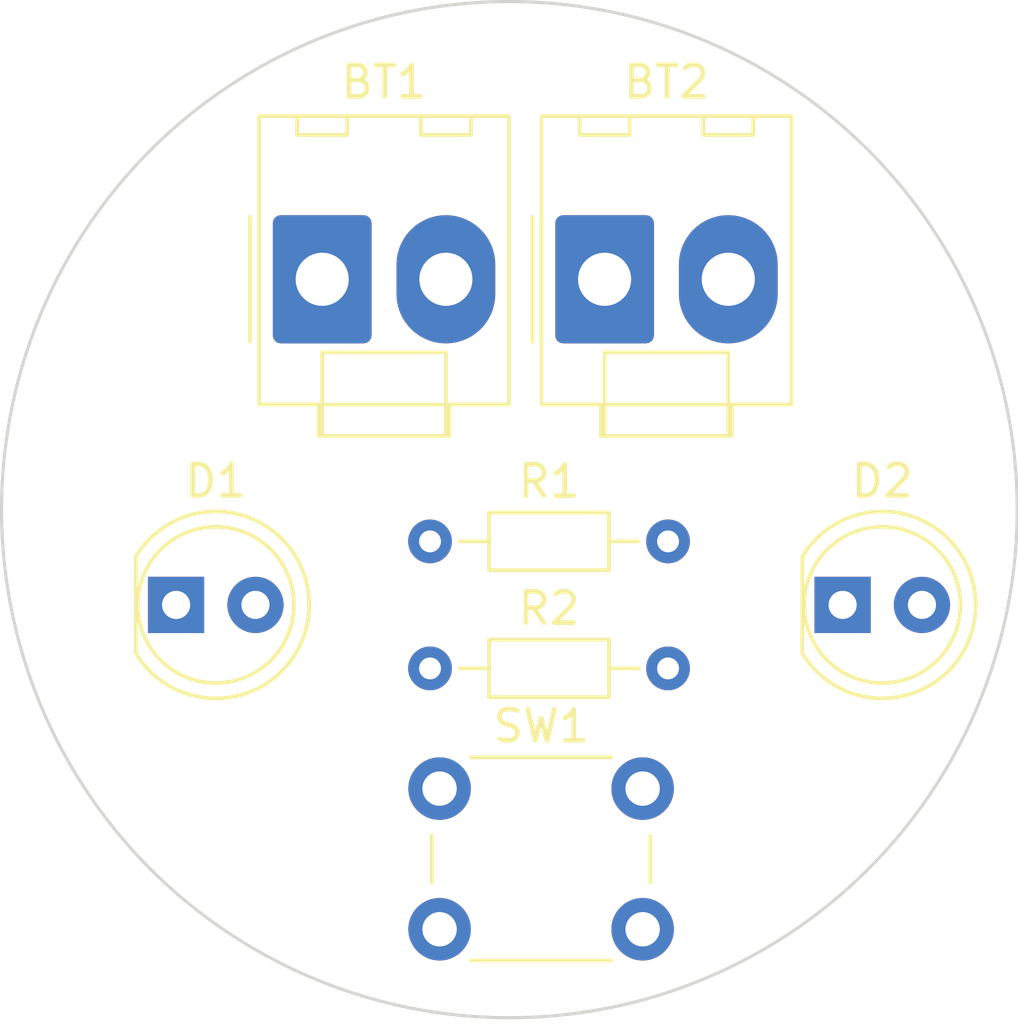
<source format=kicad_pcb>
(kicad_pcb (version 20221018) (generator pcbnew)
  (layers (0 "F.Cu" signal) (31 "B.Cu" signal) (34 "B.Paste" user) (35 "F.Paste" user) (36 "B.SilkS" user "B.Silkscreen") (37 "F.SilkS" user "F.Silkscreen") (38 "B.Mask" user) (39 "F.Mask" user) (44 "Edge.Cuts" user))
  (net 0 "")
  (net 1 "Net-(BT1-+)")
  (net 2 "Net-(BT1--)")
  (net 3 "Net-(D1-K)")
  (net 4 "Net-(D1-A)")
  (net 5 "Net-(D2-A)")
  (footprint "Connector_Molex:Molex_KK-396_A-41791-0002_1x02_P3.96mm_Vertical" (layer "F.Cu") (at 137.16 78.99)
    (fp_text reference "BT2" (at 1.98 -6.31) (layer "F.SilkS"))
    (fp_text value "Battery_Cell")
    (fp_line (start -2.31 -2) (end -2.31 2) (stroke (width 0.12)) (layer "F.SilkS"))
    (fp_line (start -2.02 -5.22) (end 5.98 -5.22) (stroke (width 0.12)) (layer "F.SilkS"))
    (fp_line (start -2.02 4.005) (end -2.02 -5.22) (stroke (width 0.12)) (layer "F.SilkS"))
    (fp_line (start -0.8 -5.22) (end -0.8 -4.62) (stroke (width 0.12)) (layer "F.SilkS"))
    (fp_line (start -0.8 -4.62) (end 0.8 -4.62) (stroke (width 0.12)) (layer "F.SilkS"))
    (fp_line (start -0.115 4.005) (end -2.02 4.005) (stroke (width 0.12)) (layer "F.SilkS"))
    (fp_line (start -0.115 5.01) (end -0.115 4.005) (stroke (width 0.12)) (layer "F.SilkS"))
    (fp_line (start 0 2.34) (end 3.96 2.34) (stroke (width 0.12)) (layer "F.SilkS"))
    (fp_line (start 0 4.01) (end 0 2.34) (stroke (width 0.12)) (layer "F.SilkS"))
    (fp_line (start 0 4.01) (end 3.96 4.01) (stroke (width 0.12)) (layer "F.SilkS"))
    (fp_line (start 0 5.01) (end 0 4.01) (stroke (width 0.12)) (layer "F.SilkS"))
    (fp_line (start 0.8 -4.62) (end 0.8 -5.22) (stroke (width 0.12)) (layer "F.SilkS"))
    (fp_line (start 3.16 -5.22) (end 3.16 -4.62) (stroke (width 0.12)) (layer "F.SilkS"))
    (fp_line (start 3.16 -4.62) (end 4.76 -4.62) (stroke (width 0.12)) (layer "F.SilkS"))
    (fp_line (start 3.96 2.34) (end 3.96 4.01) (stroke (width 0.12)) (layer "F.SilkS"))
    (fp_line (start 3.96 4.01) (end 3.96 5.01) (stroke (width 0.12)) (layer "F.SilkS"))
    (fp_line (start 4.075 4.005) (end 4.075 5.01) (stroke (width 0.12)) (layer "F.SilkS"))
    (fp_line (start 4.075 5.01) (end -0.115 5.01) (stroke (width 0.12)) (layer "F.SilkS"))
    (fp_line (start 4.76 -4.62) (end 4.76 -5.22) (stroke (width 0.12)) (layer "F.SilkS"))
    (fp_line (start 5.98 -5.22) (end 5.98 4.005) (stroke (width 0.12)) (layer "F.SilkS"))
    (fp_line (start 5.98 4.005) (end 4.075 4.005) (stroke (width 0.12)) (layer "F.SilkS"))
    (pad "1" thru_hole roundrect (at 0 0) (size 3.16 4.1) (drill 1.7) (layers "*.Cu" "*.Mask") (roundrect_rratio 0.079114) (net 1 "Net-(BT1-+)"))
    (pad "2" thru_hole oval (at 3.96 0) (size 3.16 4.1) (drill 1.7) (layers "*.Cu" "*.Mask") (net 2 "Net-(BT1--)"))
  )
  (footprint "Resistor_THT:R_Axial_DIN0204_L3.6mm_D1.6mm_P7.62mm_Horizontal" (layer "F.Cu") (at 131.572 91.44)
    (fp_text reference "R2" (at 3.81 -1.92) (layer "F.SilkS"))
    (fp_text value "R")
    (fp_line (start 0.94 0) (end 1.89 0) (stroke (width 0.12)) (layer "F.SilkS"))
    (fp_line (start 1.89 -0.92) (end 1.89 0.92) (stroke (width 0.12)) (layer "F.SilkS"))
    (fp_line (start 1.89 0.92) (end 5.73 0.92) (stroke (width 0.12)) (layer "F.SilkS"))
    (fp_line (start 5.73 -0.92) (end 1.89 -0.92) (stroke (width 0.12)) (layer "F.SilkS"))
    (fp_line (start 5.73 0.92) (end 5.73 -0.92) (stroke (width 0.12)) (layer "F.SilkS"))
    (fp_line (start 6.68 0) (end 5.73 0) (stroke (width 0.12)) (layer "F.SilkS"))
    (pad "1" thru_hole circle (at 0 0) (size 1.4 1.4) (drill 0.7) (layers "*.Cu" "*.Mask") (net 5 "Net-(D2-A)"))
    (pad "2" thru_hole oval (at 7.62 0) (size 1.4 1.4) (drill 0.7) (layers "*.Cu" "*.Mask") (net 1 "Net-(BT1-+)"))
  )
  (footprint "Button_Switch_THT:SW_PUSH_6mm" (layer "F.Cu") (at 131.878 95.286)
    (fp_text reference "SW1" (at 3.25 -2) (layer "F.SilkS"))
    (fp_text value "SW_Push")
    (fp_line (start -0.25 1.5) (end -0.25 3) (stroke (width 0.12)) (layer "F.SilkS"))
    (fp_line (start 1 5.5) (end 5.5 5.5) (stroke (width 0.12)) (layer "F.SilkS"))
    (fp_line (start 5.5 -1) (end 1 -1) (stroke (width 0.12)) (layer "F.SilkS"))
    (fp_line (start 6.75 3) (end 6.75 1.5) (stroke (width 0.12)) (layer "F.SilkS"))
    (pad "1" thru_hole circle (at 0 0 90) (size 2 2) (drill 1.1) (layers "*.Cu" "*.Mask") (net 3 "Net-(D1-K)"))
    (pad "1" thru_hole circle (at 6.5 0 90) (size 2 2) (drill 1.1) (layers "*.Cu" "*.Mask") (net 3 "Net-(D1-K)"))
    (pad "2" thru_hole circle (at 0 4.5 90) (size 2 2) (drill 1.1) (layers "*.Cu" "*.Mask") (net 2 "Net-(BT1--)"))
    (pad "2" thru_hole circle (at 6.5 4.5 90) (size 2 2) (drill 1.1) (layers "*.Cu" "*.Mask") (net 2 "Net-(BT1--)"))
  )
  (footprint "LED_THT:LED_D5.0mm_Clear" (layer "F.Cu") (at 123.444 89.408)
    (fp_text reference "D1" (at 1.27 -3.96) (layer "F.SilkS"))
    (fp_text value "LED")
    (fp_line (start -1.29 -1.545) (end -1.29 1.545) (stroke (width 0.12)) (layer "F.SilkS"))
    (fp_arc (start -1.29 -1.54483) (mid 2.072002 -2.880433) (end 4.26 0.000462) (stroke (width 0.12)) (layer "F.SilkS"))
    (fp_arc (start 4.26 -0.000462) (mid 2.072002 2.880433) (end -1.29 1.54483) (stroke (width 0.12)) (layer "F.SilkS"))
    (fp_circle (center 1.27 0) (end 3.77 0) (stroke (width 0.12)) (fill none) (layer "F.SilkS"))
    (pad "1" thru_hole rect (at 0 0) (size 1.8 1.8) (drill 0.9) (layers "*.Cu" "*.Mask") (net 3 "Net-(D1-K)"))
    (pad "2" thru_hole circle (at 2.54 0) (size 1.8 1.8) (drill 0.9) (layers "*.Cu" "*.Mask") (net 4 "Net-(D1-A)"))
  )
  (footprint "Connector_Molex:Molex_KK-396_A-41791-0002_1x02_P3.96mm_Vertical" (layer "F.Cu") (at 128.12 78.99)
    (fp_text reference "BT1" (at 1.98 -6.31) (layer "F.SilkS"))
    (fp_text value "Battery_Cell")
    (fp_line (start -2.31 -2) (end -2.31 2) (stroke (width 0.12)) (layer "F.SilkS"))
    (fp_line (start -2.02 -5.22) (end 5.98 -5.22) (stroke (width 0.12)) (layer "F.SilkS"))
    (fp_line (start -2.02 4.005) (end -2.02 -5.22) (stroke (width 0.12)) (layer "F.SilkS"))
    (fp_line (start -0.8 -5.22) (end -0.8 -4.62) (stroke (width 0.12)) (layer "F.SilkS"))
    (fp_line (start -0.8 -4.62) (end 0.8 -4.62) (stroke (width 0.12)) (layer "F.SilkS"))
    (fp_line (start -0.115 4.005) (end -2.02 4.005) (stroke (width 0.12)) (layer "F.SilkS"))
    (fp_line (start -0.115 5.01) (end -0.115 4.005) (stroke (width 0.12)) (layer "F.SilkS"))
    (fp_line (start 0 2.34) (end 3.96 2.34) (stroke (width 0.12)) (layer "F.SilkS"))
    (fp_line (start 0 4.01) (end 0 2.34) (stroke (width 0.12)) (layer "F.SilkS"))
    (fp_line (start 0 4.01) (end 3.96 4.01) (stroke (width 0.12)) (layer "F.SilkS"))
    (fp_line (start 0 5.01) (end 0 4.01) (stroke (width 0.12)) (layer "F.SilkS"))
    (fp_line (start 0.8 -4.62) (end 0.8 -5.22) (stroke (width 0.12)) (layer "F.SilkS"))
    (fp_line (start 3.16 -5.22) (end 3.16 -4.62) (stroke (width 0.12)) (layer "F.SilkS"))
    (fp_line (start 3.16 -4.62) (end 4.76 -4.62) (stroke (width 0.12)) (layer "F.SilkS"))
    (fp_line (start 3.96 2.34) (end 3.96 4.01) (stroke (width 0.12)) (layer "F.SilkS"))
    (fp_line (start 3.96 4.01) (end 3.96 5.01) (stroke (width 0.12)) (layer "F.SilkS"))
    (fp_line (start 4.075 4.005) (end 4.075 5.01) (stroke (width 0.12)) (layer "F.SilkS"))
    (fp_line (start 4.075 5.01) (end -0.115 5.01) (stroke (width 0.12)) (layer "F.SilkS"))
    (fp_line (start 4.76 -4.62) (end 4.76 -5.22) (stroke (width 0.12)) (layer "F.SilkS"))
    (fp_line (start 5.98 -5.22) (end 5.98 4.005) (stroke (width 0.12)) (layer "F.SilkS"))
    (fp_line (start 5.98 4.005) (end 4.075 4.005) (stroke (width 0.12)) (layer "F.SilkS"))
    (pad "1" thru_hole roundrect (at 0 0) (size 3.16 4.1) (drill 1.7) (layers "*.Cu" "*.Mask") (roundrect_rratio 0.079114) (net 1 "Net-(BT1-+)"))
    (pad "2" thru_hole oval (at 3.96 0) (size 3.16 4.1) (drill 1.7) (layers "*.Cu" "*.Mask") (net 2 "Net-(BT1--)"))
  )
  (footprint "LED_THT:LED_D5.0mm_Clear" (layer "F.Cu") (at 144.78 89.408)
    (fp_text reference "D2" (at 1.27 -3.96) (layer "F.SilkS"))
    (fp_text value "LED")
    (fp_line (start -1.29 -1.545) (end -1.29 1.545) (stroke (width 0.12)) (layer "F.SilkS"))
    (fp_arc (start -1.29 -1.54483) (mid 2.072002 -2.880433) (end 4.26 0.000462) (stroke (width 0.12)) (layer "F.SilkS"))
    (fp_arc (start 4.26 -0.000462) (mid 2.072002 2.880433) (end -1.29 1.54483) (stroke (width 0.12)) (layer "F.SilkS"))
    (fp_circle (center 1.27 0) (end 3.77 0) (stroke (width 0.12)) (fill none) (layer "F.SilkS"))
    (pad "1" thru_hole rect (at 0 0) (size 1.8 1.8) (drill 0.9) (layers "*.Cu" "*.Mask") (net 3 "Net-(D1-K)"))
    (pad "2" thru_hole circle (at 2.54 0) (size 1.8 1.8) (drill 0.9) (layers "*.Cu" "*.Mask") (net 5 "Net-(D2-A)"))
  )
  (footprint "Resistor_THT:R_Axial_DIN0204_L3.6mm_D1.6mm_P7.62mm_Horizontal" (layer "F.Cu") (at 131.572 87.376)
    (fp_text reference "R1" (at 3.81 -1.92) (layer "F.SilkS"))
    (fp_text value "R")
    (fp_line (start 0.94 0) (end 1.89 0) (stroke (width 0.12)) (layer "F.SilkS"))
    (fp_line (start 1.89 -0.92) (end 1.89 0.92) (stroke (width 0.12)) (layer "F.SilkS"))
    (fp_line (start 1.89 0.92) (end 5.73 0.92) (stroke (width 0.12)) (layer "F.SilkS"))
    (fp_line (start 5.73 -0.92) (end 1.89 -0.92) (stroke (width 0.12)) (layer "F.SilkS"))
    (fp_line (start 5.73 0.92) (end 5.73 -0.92) (stroke (width 0.12)) (layer "F.SilkS"))
    (fp_line (start 6.68 0) (end 5.73 0) (stroke (width 0.12)) (layer "F.SilkS"))
    (pad "1" thru_hole circle (at 0 0) (size 1.4 1.4) (drill 0.7) (layers "*.Cu" "*.Mask") (net 4 "Net-(D1-A)"))
    (pad "2" thru_hole oval (at 7.62 0) (size 1.4 1.4) (drill 0.7) (layers "*.Cu" "*.Mask") (net 1 "Net-(BT1-+)"))
  )
  (gr_circle (center 134.112 86.36) (end 150.368 86.36) (stroke (width 0.1)) (fill none) (layer "Edge.Cuts"))
)
</source>
